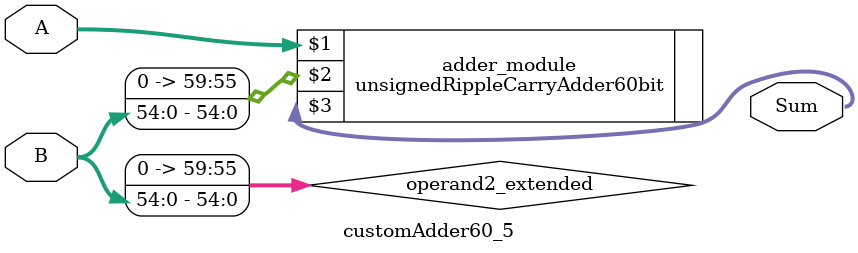
<source format=v>
module customAdder60_5(
                        input [59 : 0] A,
                        input [54 : 0] B,
                        
                        output [60 : 0] Sum
                );

        wire [59 : 0] operand2_extended;
        
        assign operand2_extended =  {5'b0, B};
        
        unsignedRippleCarryAdder60bit adder_module(
            A,
            operand2_extended,
            Sum
        );
        
        endmodule
        
</source>
